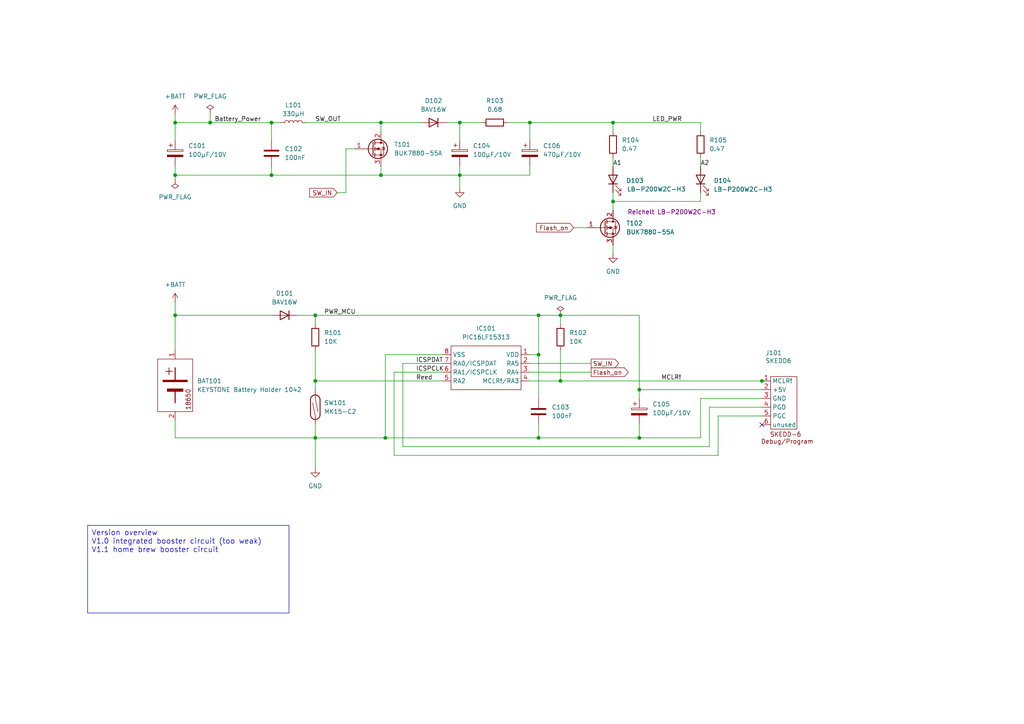
<source format=kicad_sch>
(kicad_sch (version 20231120) (generator "eeschema") (generator_version "8.0")
  (paper "A4")
  (title_block (title "LED Flasher") (date "2024-09-27") (rev "0.0.1") (company "Ingenieurbüro für Elektrotechnik") (comment 1 "Dipl.-Ing. Jürgen Eggeling"))
  (lib_symbols
    (symbol "Device:C" (pin_numbers hide) (pin_names (offset 0.254))
      (property "Reference" "C" (at 0.635 2.54 0))
      (property "Value" "C" (at 0.635 -2.54 0))
      (symbol "C_0_1"
        (polyline (pts (xy -2.032 -0.762) (xy 2.032 -0.762)) (stroke (width 0.508)))
        (polyline (pts (xy -2.032 0.762) (xy 2.032 0.762)) (stroke (width 0.508)))
      )
      (symbol "C_1_1"
        (pin passive line (at 0 3.81 270) (length 2.794) (name "~") (number "1"))
        (pin passive line (at 0 -3.81 90) (length 2.794) (name "~") (number "2"))
      )
    )
    (symbol "Device:C_Polarized" (pin_numbers hide) (pin_names (offset 0.254))
      (property "Reference" "C" (at 0.635 2.54 0))
      (property "Value" "C_Polarized" (at 0.635 -2.54 0))
      (symbol "C_Polarized_0_1"
        (rectangle (start -2.286 0.508) (end 2.286 1.016))
        (polyline (pts (xy -1.778 2.286) (xy -0.762 2.286)))
        (polyline (pts (xy -1.27 2.794) (xy -1.27 1.778)))
        (rectangle (start 2.286 -0.508) (end -2.286 -1.016) (fill (type outline)))
      )
      (symbol "C_Polarized_1_1"
        (pin passive line (at 0 3.81 270) (length 2.794) (name "~") (number "1"))
        (pin passive line (at 0 -3.81 90) (length 2.794) (name "~") (number "2"))
      )
    )
    (symbol "Device:L" (pin_numbers hide) (pin_names (offset 1.016) hide)
      (property "Reference" "L" (at -1.27 0 90))
      (property "Value" "L" (at 1.905 0 90))
      (symbol "L_0_1"
        (arc (start 0 -2.54) (mid 0.6323 -1.905) (end 0 -1.27))
        (arc (start 0 -1.27) (mid 0.6323 -0.635) (end 0 0))
        (arc (start 0 0) (mid 0.6323 0.635) (end 0 1.27))
        (arc (start 0 1.27) (mid 0.6323 1.905) (end 0 2.54))
      )
      (symbol "L_1_1"
        (pin passive line (at 0 3.81 270) (length 1.27) (name "1") (number "1"))
        (pin passive line (at 0 -3.81 90) (length 1.27) (name "2") (number "2"))
      )
    )
    (symbol "Device:LED" (pin_numbers hide) (pin_names (offset 1.016) hide)
      (property "Reference" "D" (at 0 2.54 0))
      (property "Value" "LED" (at 0 -2.54 0))
      (symbol "LED_0_1"
        (polyline (pts (xy -1.27 -1.27) (xy -1.27 1.27)) (stroke (width 0.254)))
        (polyline (pts (xy -1.27 0) (xy 1.27 0)))
        (polyline (pts (xy 1.27 -1.27) (xy 1.27 1.27) (xy -1.27 0) (xy 1.27 -1.27)) (stroke (width 0.254)))
        (polyline (pts (xy -3.048 -0.762) (xy -4.572 -2.286) (xy -3.81 -2.286) (xy -4.572 -2.286) (xy -4.572 -1.524)))
        (polyline (pts (xy -1.778 -0.762) (xy -3.302 -2.286) (xy -2.54 -2.286) (xy -3.302 -2.286) (xy -3.302 -1.524)))
      )
      (symbol "LED_1_1"
        (pin passive line (at -3.81 0 0) (length 2.54) (name "K") (number "1"))
        (pin passive line (at 3.81 0 180) (length 2.54) (name "A") (number "2"))
      )
    )
    (symbol "Device:R" (pin_numbers hide) (pin_names (offset 0))
      (property "Reference" "R" (at 2.032 0 90))
      (property "Value" "R" (at 0 0 90))
      (symbol "R_0_1"
        (rectangle (start -1.016 -2.54) (end 1.016 2.54) (stroke (width 0.254)))
      )
      (symbol "R_1_1"
        (pin passive line (at 0 3.81 270) (length 1.27) (name "~") (number "1"))
        (pin passive line (at 0 -3.81 90) (length 1.27) (name "~") (number "2"))
      )
    )
    (symbol "Diode:BAV16W" (pin_numbers hide) (pin_names hide)
      (property "Reference" "D" (at 0 2.54 0))
      (property "Value" "BAV16W" (at 0 -2.54 0))
      (symbol "BAV16W_0_1"
        (polyline (pts (xy -1.27 1.27) (xy -1.27 -1.27)) (stroke (width 0.254)))
        (polyline (pts (xy 1.27 0) (xy -1.27 0)))
        (polyline (pts (xy 1.27 1.27) (xy 1.27 -1.27) (xy -1.27 0) (xy 1.27 1.27)) (stroke (width 0.254)))
      )
      (symbol "BAV16W_1_1"
        (pin passive line (at -3.81 0 0) (length 2.54) (name "K") (number "1"))
        (pin passive line (at 3.81 0 180) (length 2.54) (name "A") (number "2"))
      )
    )
    (symbol "MyPIC:PIC16LF15313"
      (property "Reference" "IC" (at -9.398 10.922 0))
      (property "Value" "PIC16LF15313" (at -3.556 8.382 0))
      (symbol "PIC16LF15313_0_1"
        (rectangle (start -10.16 6.35) (end 10.16 -6.35))
      )
      (symbol "PIC16LF15313_1_1"
        (pin power_in line (at -12.7 3.81 0) (length 2.54) (name "VDD") (number "1"))
        (pin bidirectional line (at -12.7 1.27 0) (length 2.54) (name "RA5") (number "2"))
        (pin bidirectional line (at -12.7 -1.27 0) (length 2.54) (name "RA4") (number "3"))
        (pin bidirectional line (at -12.7 -3.81 0) (length 2.54) (name "MCLR!/RA3") (number "4"))
        (pin bidirectional line (at 12.7 -3.81 180) (length 2.54) (name "RA2") (number "5"))
        (pin bidirectional line (at 12.7 -1.27 180) (length 2.54) (name "RA1/ICSPCLK") (number "6"))
        (pin bidirectional line (at 12.7 1.27 180) (length 2.54) (name "RA0/ICSPDAT") (number "7"))
        (pin power_in line (at 12.7 3.81 180) (length 2.54) (name "VSS") (number "8"))
      )
    )
    (symbol "MyPower:KEYSTONE_1042" (pin_names hide)
      (property "Reference" "BAT" (at 4.064 11.938 0))
      (property "Value" "KEYSTONE Battery Holder 1042" (at 12.192 -10.16 90))
      (symbol "KEYSTONE_1042_0_1"
        (rectangle (start -5.08 7.62) (end 5.08 -7.62))
        (rectangle (start -3.556 1.524) (end 3.556 1.016) (fill (type outline)))
        (rectangle (start -2.286 -1.016) (end 2.286 -1.778) (fill (type outline)))
        (polyline (pts (xy -2.794 4.064) (xy -0.762 4.064)) (stroke (width 0.2)))
        (polyline (pts (xy -1.778 5.08) (xy -1.778 3.048)) (stroke (width 0.2)))
        (polyline (pts (xy 0 -5.08) (xy 0 -1.27)) (stroke (width 0.3)))
        (polyline (pts (xy 0 5.08) (xy 0 1.27)) (stroke (width 0.3)))
      )
      (symbol "KEYSTONE_1042_1_1"
        (text "18650" (at 3.81 -4.064 900) (effects (font (size 1.27 1.27))))
        (pin power_in line (at 0 10.16 270) (length 2.54) (name "+") (number "1"))
        (pin power_in line (at 0 -10.16 90) (length 2.54) (name "-") (number "2"))
      )
    )
    (symbol "SKEDD:SKEDD-6"
      (property "Reference" "J" (at 3.302 4.064 0))
      (symbol "SKEDD-6_0_1"
        (rectangle (start 2.54 1.27) (end 10.16 -13.97))
      )
      (symbol "SKEDD-6_1_1"
        (text "SKEDD-6 \nDebug/Program" (at 7.366 -16.51 0) (effects (font (size 1.27 1.27))))
        (pin bidirectional line (at 0 0 0) (length 2.54) (name "MCLR!") (number "1"))
        (pin power_in line (at 0 -2.54 0) (length 2.54) (name "+5V") (number "2"))
        (pin power_in line (at 0 -5.08 0) (length 2.54) (name "GND") (number "3"))
        (pin bidirectional line (at 0 -7.62 0) (length 2.54) (name "PGD") (number "4"))
        (pin input line (at 0 -10.16 0) (length 2.54) (name "PGC") (number "5"))
        (pin unspecified line (at 0 -12.7 0) (length 2.54) (name "unused") (number "6"))
      )
    )
    (symbol "Switch:SW_Reed" (pin_numbers hide) (pin_names (offset 0) hide)
      (property "Reference" "SW" (at 0 2.54 0))
      (property "Value" "SW_Reed" (at 0 -2.54 0))
      (symbol "SW_Reed_0_0"
        (arc (start -2.159 1.397) (mid -3.55 0) (end -2.159 -1.397) (stroke (width 0.254)))
        (polyline (pts (xy -2.54 0) (xy 1.27 0.762)))
        (polyline (pts (xy -2.159 -1.397) (xy 2.286 -1.397)) (stroke (width 0.254)))
        (polyline (pts (xy 2.159 1.397) (xy -2.159 1.397)) (stroke (width 0.254)))
        (polyline (pts (xy 2.54 0) (xy -1.27 -0.762)))
        (arc (start 2.159 -1.397) (mid 3.55 0) (end 2.159 1.397) (stroke (width 0.254)))
      )
      (symbol "SW_Reed_1_1"
        (pin passive line (at -5.08 0 0) (length 2.54) (name "1") (number "1"))
        (pin passive line (at 5.08 0 180) (length 2.54) (name "2") (number "2"))
      )
    )
    (symbol "Transistor_FET:BUK7880-55A" (pin_names hide)
      (property "Reference" "Q" (at 5.08 1.905 0))
      (property "Value" "BUK7880-55A" (at 5.08 0 0))
      (symbol "BUK7880-55A_0_1"
        (polyline (pts (xy 0.254 0) (xy -2.54 0)))
        (polyline (pts (xy 0.254 1.905) (xy 0.254 -1.905)) (stroke (width 0.254)))
        (polyline (pts (xy 0.762 -1.27) (xy 0.762 -2.286)) (stroke (width 0.254)))
        (polyline (pts (xy 0.762 0.508) (xy 0.762 -0.508)) (stroke (width 0.254)))
        (polyline (pts (xy 0.762 2.286) (xy 0.762 1.27)) (stroke (width 0.254)))
        (polyline (pts (xy 2.54 2.54) (xy 2.54 1.778)))
        (polyline (pts (xy 2.54 -2.54) (xy 2.54 0) (xy 0.762 0)))
        (polyline (pts (xy 0.762 -1.778) (xy 3.302 -1.778) (xy 3.302 1.778) (xy 0.762 1.778)))
        (polyline (pts (xy 1.016 0) (xy 2.032 0.381) (xy 2.032 -0.381) (xy 1.016 0)) (fill (type outline)))
        (polyline (pts (xy 2.794 0.508) (xy 2.921 0.381) (xy 3.683 0.381) (xy 3.81 0.254)))
        (polyline (pts (xy 3.302 0.381) (xy 2.921 -0.254) (xy 3.683 -0.254) (xy 3.302 0.381)))
        (circle (center 1.651 0) (radius 2.794) (stroke (width 0.254)))
        (circle (center 2.54 -1.778) (radius 0.254) (fill (type outline)))
        (circle (center 2.54 1.778) (radius 0.254) (fill (type outline)))
      )
      (symbol "BUK7880-55A_1_1"
        (pin input line (at -5.08 0 0) (length 2.54) (name "G") (number "1"))
        (pin passive line (at 2.54 5.08 270) (length 2.54) (name "D") (number "2"))
        (pin passive line (at 2.54 -5.08 90) (length 2.54) (name "S") (number "3"))
      )
    )
    (symbol "power:+BATT" (power) (pin_numbers hide) (pin_names (offset 0) hide)
      (property "Value" "+BATT" (at 0 3.556 0))
      (symbol "+BATT_0_1"
        (polyline (pts (xy -0.762 1.27) (xy 0 2.54)))
        (polyline (pts (xy 0 0) (xy 0 2.54)))
        (polyline (pts (xy 0 2.54) (xy 0.762 1.27)))
      )
      (symbol "+BATT_1_1"
        (pin power_in line (at 0 0 90) (length 0) (name "~") (number "1"))
      )
    )
    (symbol "power:GND" (power) (pin_numbers hide) (pin_names (offset 0) hide)
      (property "Value" "GND" (at 0 -3.81 0))
      (symbol "GND_0_1"
        (polyline (pts (xy 0 0) (xy 0 -1.27) (xy 1.27 -1.27) (xy 0 -2.54) (xy -1.27 -1.27) (xy 0 -1.27)))
      )
      (symbol "GND_1_1"
        (pin power_in line (at 0 0 270) (length 0) (name "~") (number "1"))
      )
    )
    (symbol "power:PWR_FLAG" (power) (pin_numbers hide) (pin_names (offset 0) hide)
      (property "Value" "PWR_FLAG" (at 0 3.81 0))
      (symbol "PWR_FLAG_0_0"
        (pin power_out line (at 0 0 90) (length 0) (name "~") (number "1"))
      )
      (symbol "PWR_FLAG_0_1"
        (polyline (pts (xy 0 0) (xy 0 1.27) (xy -1.016 1.905) (xy 0 2.54) (xy 1.016 1.905) (xy 0 1.27)))
      )
    )
  )
  (junction (at 50.8 35.56))
  (junction (at 110.49 35.56))
  (junction (at 133.35 50.8))
  (junction (at 111.76 127))
  (junction (at 177.8 35.56))
  (junction (at 185.42 127))
  (junction (at 153.67 35.56))
  (junction (at 185.42 113.03))
  (junction (at 156.21 91.44))
  (junction (at 50.8 50.8))
  (junction (at 220.98 110.49))
  (junction (at 91.44 91.44))
  (junction (at 91.44 110.49))
  (junction (at 133.35 35.56))
  (junction (at 91.44 127))
  (junction (at 78.74 35.56))
  (junction (at 50.8 91.44))
  (junction (at 162.56 110.49))
  (junction (at 78.74 50.8))
  (junction (at 162.56 91.44))
  (junction (at 156.21 127))
  (junction (at 177.8 58.42))
  (junction (at 60.96 35.56))
  (junction (at 156.21 102.87))
  (junction (at 110.49 50.8))
  (no_connect (at 220.98 123.19))
  (wire (pts (xy 156.21 127) (xy 185.42 127)))
  (wire (pts (xy 153.67 107.95) (xy 171.45 107.95)))
  (wire (pts (xy 91.44 127) (xy 91.44 135.89)))
  (wire (pts (xy 128.27 102.87) (xy 111.76 102.87)))
  (wire (pts (xy 91.44 123.19) (xy 91.44 127)))
  (wire (pts (xy 110.49 48.26) (xy 110.49 50.8)))
  (wire (pts (xy 156.21 123.19) (xy 156.21 127)))
  (wire (pts (xy 185.42 113.03) (xy 220.98 113.03)))
  (wire (pts (xy 111.76 102.87) (xy 111.76 127)))
  (wire (pts (xy 78.74 50.8) (xy 110.49 50.8)))
  (wire (pts (xy 78.74 35.56) (xy 81.28 35.56)))
  (wire (pts (xy 208.28 132.08) (xy 114.3 132.08)))
  (wire (pts (xy 60.96 33.02) (xy 60.96 35.56)))
  (wire (pts (xy 114.3 132.08) (xy 114.3 107.95)))
  (wire (pts (xy 156.21 102.87) (xy 156.21 115.57)))
  (wire (pts (xy 162.56 110.49) (xy 220.98 110.49)))
  (wire (pts (xy 133.35 50.8) (xy 153.67 50.8)))
  (wire (pts (xy 153.67 35.56) (xy 177.8 35.56)))
  (wire (pts (xy 100.33 43.18) (xy 100.33 55.88)))
  (wire (pts (xy 110.49 35.56) (xy 121.92 35.56)))
  (wire (pts (xy 222.25 110.49) (xy 220.98 110.49)))
  (wire (pts (xy 208.28 120.65) (xy 220.98 120.65)))
  (wire (pts (xy 156.21 91.44) (xy 91.44 91.44)))
  (wire (pts (xy 50.8 35.56) (xy 50.8 40.64)))
  (wire (pts (xy 129.54 35.56) (xy 133.35 35.56)))
  (wire (pts (xy 153.67 105.41) (xy 171.45 105.41)))
  (wire (pts (xy 60.96 35.56) (xy 50.8 35.56)))
  (wire (pts (xy 153.67 110.49) (xy 162.56 110.49)))
  (wire (pts (xy 91.44 127) (xy 111.76 127)))
  (wire (pts (xy 91.44 91.44) (xy 91.44 93.98)))
  (wire (pts (xy 220.98 115.57) (xy 203.2 115.57)))
  (wire (pts (xy 203.2 35.56) (xy 203.2 38.1)))
  (wire (pts (xy 78.74 50.8) (xy 78.74 48.26)))
  (wire (pts (xy 147.32 35.56) (xy 153.67 35.56)))
  (wire (pts (xy 50.8 91.44) (xy 50.8 101.6)))
  (wire (pts (xy 78.74 50.8) (xy 50.8 50.8)))
  (wire (pts (xy 177.8 35.56) (xy 203.2 35.56)))
  (wire (pts (xy 110.49 50.8) (xy 133.35 50.8)))
  (wire (pts (xy 88.9 35.56) (xy 110.49 35.56)))
  (wire (pts (xy 153.67 48.26) (xy 153.67 50.8)))
  (wire (pts (xy 177.8 45.72) (xy 177.8 48.26)))
  (wire (pts (xy 203.2 115.57) (xy 203.2 127)))
  (wire (pts (xy 133.35 50.8) (xy 133.35 54.61)))
  (wire (pts (xy 203.2 55.88) (xy 203.2 58.42)))
  (wire (pts (xy 116.84 105.41) (xy 116.84 129.54)))
  (wire (pts (xy 153.67 102.87) (xy 156.21 102.87)))
  (wire (pts (xy 185.42 123.19) (xy 185.42 127)))
  (wire (pts (xy 100.33 43.18) (xy 102.87 43.18)))
  (wire (pts (xy 139.7 35.56) (xy 133.35 35.56)))
  (wire (pts (xy 78.74 35.56) (xy 78.74 40.64)))
  (wire (pts (xy 50.8 121.92) (xy 50.8 127)))
  (wire (pts (xy 162.56 91.44) (xy 185.42 91.44)))
  (wire (pts (xy 97.79 55.88) (xy 100.33 55.88)))
  (wire (pts (xy 185.42 91.44) (xy 185.42 113.03)))
  (wire (pts (xy 78.74 35.56) (xy 60.96 35.56)))
  (wire (pts (xy 203.2 45.72) (xy 203.2 48.26)))
  (wire (pts (xy 177.8 55.88) (xy 177.8 58.42)))
  (wire (pts (xy 208.28 120.65) (xy 208.28 132.08)))
  (wire (pts (xy 153.67 40.64) (xy 153.67 35.56)))
  (wire (pts (xy 177.8 71.12) (xy 177.8 73.66)))
  (wire (pts (xy 86.36 91.44) (xy 91.44 91.44)))
  (wire (pts (xy 91.44 101.6) (xy 91.44 110.49)))
  (wire (pts (xy 166.37 66.04) (xy 170.18 66.04)))
  (wire (pts (xy 91.44 110.49) (xy 128.27 110.49)))
  (wire (pts (xy 50.8 50.8) (xy 50.8 48.26)))
  (wire (pts (xy 205.74 129.54) (xy 205.74 118.11)))
  (wire (pts (xy 177.8 38.1) (xy 177.8 35.56)))
  (wire (pts (xy 128.27 105.41) (xy 116.84 105.41)))
  (wire (pts (xy 116.84 129.54) (xy 205.74 129.54)))
  (wire (pts (xy 133.35 48.26) (xy 133.35 50.8)))
  (wire (pts (xy 78.74 91.44) (xy 50.8 91.44)))
  (wire (pts (xy 162.56 91.44) (xy 162.56 93.98)))
  (wire (pts (xy 110.49 35.56) (xy 110.49 38.1)))
  (wire (pts (xy 177.8 58.42) (xy 203.2 58.42)))
  (wire (pts (xy 50.8 50.8) (xy 50.8 52.07)))
  (wire (pts (xy 185.42 127) (xy 203.2 127)))
  (wire (pts (xy 185.42 113.03) (xy 185.42 115.57)))
  (wire (pts (xy 162.56 101.6) (xy 162.56 110.49)))
  (wire (pts (xy 156.21 91.44) (xy 162.56 91.44)))
  (wire (pts (xy 133.35 35.56) (xy 133.35 40.64)))
  (wire (pts (xy 50.8 87.63) (xy 50.8 91.44)))
  (wire (pts (xy 111.76 127) (xy 156.21 127)))
  (wire (pts (xy 91.44 127) (xy 50.8 127)))
  (wire (pts (xy 114.3 107.95) (xy 128.27 107.95)))
  (wire (pts (xy 177.8 58.42) (xy 177.8 60.96)))
  (wire (pts (xy 156.21 102.87) (xy 156.21 91.44)))
  (wire (pts (xy 91.44 110.49) (xy 91.44 113.03)))
  (wire (pts (xy 205.74 118.11) (xy 220.98 118.11)))
  (wire (pts (xy 50.8 33.02) (xy 50.8 35.56)))
  (text_box "Version overview\nV1.0 integrated booster circuit (too weak)\nV1.1 home brew booster circuit" (at 25.4 152.4 0) (size 58.42 25.4) (effects (font (size 1.524 1.524)) (justify left top)))
  (label "ICSPCLK" (at 120.65 107.95 0))
  (label "A2" (at 203.2 48.26 0))
  (label "Reed" (at 120.65 110.49 0))
  (label "ICSPDAT" (at 120.65 105.41 0))
  (label "PWR_MCU" (at 93.98 91.44 0))
  (label "A1" (at 177.8 48.26 0))
  (label "MCLR!" (at 191.77 110.49 0))
  (label "SW_OUT" (at 91.44 35.56 0))
  (label "LED_PWR" (at 189.23 35.56 0))
  (label "Battery_Power" (at 62.23 35.56 0))
  (global_label "Flash_on" (shape output) (at 171.45 107.95 0) (property "Intersheetrefs" "${INTERSHEET_REFS}" (effects (hide yes))))
  (global_label "Flash_on" (shape input) (at 166.37 66.04 180) (property "Intersheetrefs" "${INTERSHEET_REFS}" (effects (hide yes))))
  (global_label "SW_IN" (shape input) (at 97.79 55.88 180) (property "Intersheetrefs" "${INTERSHEET_REFS}" (effects (hide yes))))
  (global_label "SW_IN" (shape output) (at 171.45 105.41 0) (property "Intersheetrefs" "${INTERSHEET_REFS}" (effects (hide yes))))
  (symbol (lib_id "Device:C_Polarized") (at 153.67 44.45 0) (unit 1)
    (property "Reference" "C106" (at 157.48 42.2909 0) (effects (justify left)))
    (property "Value" "470µF/10V" (at 157.48 44.8309 0) (effects (justify left)))
    (property "Footprint" "Capacitor_SMD:CP_Elec_6.3x7.7" (effects (hide yes)))
    (property "Description" "Polarized capacitor" (effects (hide yes)))
  )
  (symbol (lib_id "Diode:BAV16W") (at 125.73 35.56 180) (unit 1)
    (property "Reference" "D102" (at 125.73 29.21 0))
    (property "Value" "BAV16W" (at 125.73 31.75 0))
    (property "Footprint" "Diode_SMD:D_SOD-123" (effects (hide yes)))
    (property "Datasheet" "https://www.diodes.com/assets/Datasheets/ds30086.pdf" (effects (hide yes)))
    (property "Description" "75V 0.15A Fast Switching Diode, SOD-123" (effects (hide yes)))
    (property "Sim.Device" "D" (effects (hide yes)))
    (property "Sim.Pins" "1=K 2=A" (effects (hide yes)))
  )
  (symbol (lib_id "power:PWR_FLAG") (at 50.8 52.07 180) (unit 1)
    (property "Reference" "#FLG0101" (effects (hide yes)))
    (property "Value" "PWR_FLAG" (at 50.8 57.15 0))
    (property "Description" "Special symbol for telling ERC where power comes from" (effects (hide yes)))
  )
  (symbol (lib_id "power:GND") (at 177.8 73.66 0) (unit 1)
    (property "Reference" "#PWR0105" (effects (hide yes)))
    (property "Value" "GND" (at 177.8 78.74 0))
    (property "Description" "Power symbol creates a global label with name \"GND\" , ground" (effects (hide yes)))
  )
  (symbol (lib_id "Transistor_FET:BUK7880-55A") (at 107.95 43.18 0) (unit 1)
    (property "Reference" "T101" (at 114.3 41.9099 0) (effects (justify left)))
    (property "Value" "BUK7880-55A" (at 114.3 44.4499 0) (effects (justify left)))
    (property "Footprint" "Package_TO_SOT_SMD:SOT-223-3_TabPin2" (effects (hide yes)))
    (property "Datasheet" "https://assets.nexperia.com/documents/data-sheet/BUK7880-55A.pdf" (effects (hide yes)))
    (property "Description" "7A Id, 55V Vds, N-Channel Enhancement Mode MOSFET, SOT-223" (effects (hide yes)))
  )
  (symbol (lib_id "Device:R") (at 162.56 97.79 0) (unit 1)
    (property "Reference" "R102" (at 165.1 96.5199 0) (effects (justify left)))
    (property "Value" "10K" (at 165.1 99.0599 0) (effects (justify left)))
    (property "Footprint" "Resistor_SMD:R_0805_2012Metric_Pad1.20x1.40mm_HandSolder" (effects (hide yes)))
    (property "Description" "Resistor" (effects (hide yes)))
  )
  (symbol (lib_id "power:+BATT") (at 50.8 33.02 0) (unit 1)
    (property "Reference" "#PWR0102" (effects (hide yes)))
    (property "Value" "+BATT" (at 50.8 27.94 0))
    (property "Description" "Power symbol creates a global label with name \"+BATT\"" (effects (hide yes)))
  )
  (symbol (lib_id "Device:R") (at 203.2 41.91 0) (unit 1)
    (property "Reference" "R105" (at 205.74 40.6399 0) (effects (justify left)))
    (property "Value" "0.47" (at 205.74 43.1799 0) (effects (justify left)))
    (property "Footprint" "Resistor_SMD:R_0805_2012Metric_Pad1.20x1.40mm_HandSolder" (effects (hide yes)))
    (property "Description" "Resistor" (effects (hide yes)))
  )
  (symbol (lib_id "MyPIC:PIC16LF15313") (at 140.97 106.68 0) (mirror y) (unit 1)
    (property "Reference" "IC101" (at 140.97 95.25 0))
    (property "Value" "PIC16LF15313" (at 140.97 97.79 0))
    (property "Footprint" "Package_SO:SSOP-8_3.9x5.05mm_P1.27mm" (effects (hide yes)))
  )
  (symbol (lib_id "Device:C") (at 156.21 119.38 0) (unit 1)
    (property "Reference" "C103" (at 160.02 118.1099 0) (effects (justify left)))
    (property "Value" "100nF" (at 160.02 120.6499 0) (effects (justify left)))
    (property "Footprint" "Capacitor_SMD:C_0805_2012Metric_Pad1.18x1.45mm_HandSolder" (effects (hide yes)))
    (property "Description" "Unpolarized capacitor" (effects (hide yes)))
  )
  (symbol (lib_id "Device:LED") (at 203.2 52.07 90) (unit 1)
    (property "Reference" "D104" (at 207.01 52.3874 90) (effects (justify right)))
    (property "Value" "LB-P200W2C-H3" (at 207.01 54.9274 90) (effects (justify right)))
    (property "Footprint" "MyLED:LPB200XX" (effects (hide yes)))
    (property "Description" "Light emitting diode" (effects (hide yes)))
  )
  (symbol (lib_id "Device:R") (at 91.44 97.79 0) (unit 1)
    (property "Reference" "R101" (at 93.98 96.5199 0) (effects (justify left)))
    (property "Value" "10K" (at 93.98 99.0599 0) (effects (justify left)))
    (property "Footprint" "Resistor_SMD:R_0805_2012Metric_Pad1.20x1.40mm_HandSolder" (effects (hide yes)))
    (property "Description" "Resistor" (effects (hide yes)))
  )
  (symbol (lib_id "power:GND") (at 133.35 54.61 0) (unit 1)
    (property "Reference" "#PWR0104" (effects (hide yes)))
    (property "Value" "GND" (at 133.35 59.69 0))
    (property "Description" "Power symbol creates a global label with name \"GND\" , ground" (effects (hide yes)))
  )
  (symbol (lib_id "Diode:BAV16W") (at 82.55 91.44 180) (unit 1)
    (property "Reference" "D101" (at 82.55 85.09 0))
    (property "Value" "BAV16W" (at 82.55 87.63 0))
    (property "Footprint" "Diode_SMD:D_SOD-123" (effects (hide yes)))
    (property "Datasheet" "https://www.diodes.com/assets/Datasheets/ds30086.pdf" (effects (hide yes)))
    (property "Description" "75V 0.15A Fast Switching Diode, SOD-123" (effects (hide yes)))
    (property "Sim.Device" "D" (effects (hide yes)))
    (property "Sim.Pins" "1=K 2=A" (effects (hide yes)))
  )
  (symbol (lib_id "SKEDD:SKEDD-6") (at 220.98 110.49 0) (unit 1)
    (property "Reference" "J101" (at 221.996 102.362 0) (effects (justify left)))
    (property "Value" "SKEDD6" (at 221.996 104.648 0) (effects (justify left)))
    (property "Footprint" "MySkedd:SKEDD-6" (effects (hide yes)))
  )
  (symbol (lib_id "Device:LED") (at 177.8 52.07 90) (unit 1)
    (property "Reference" "D103" (at 181.61 52.3874 90) (effects (justify right)))
    (property "Value" "LB-P200W2C-H3" (at 181.864 54.864 90) (effects (justify right)))
    (property "Footprint" "MyLED:LPB200XX" (effects (hide yes)))
    (property "Description" "Light emitting diode" (effects (hide yes)))
    (property "Supplier1" "Reichelt LB-P200W2C-H3" (at 194.818 61.468 90))
  )
  (symbol (lib_id "power:PWR_FLAG") (at 60.96 33.02 0) (unit 1)
    (property "Reference" "#FLG0103" (effects (hide yes)))
    (property "Value" "PWR_FLAG" (at 60.96 27.94 0))
    (property "Description" "Special symbol for telling ERC where power comes from" (effects (hide yes)))
  )
  (symbol (lib_id "Device:C_Polarized") (at 185.42 119.38 0) (unit 1)
    (property "Reference" "C105" (at 189.23 117.2209 0) (effects (justify left)))
    (property "Value" "100µF/10V" (at 189.23 119.7609 0) (effects (justify left)))
    (property "Footprint" "Capacitor_SMD:CP_Elec_6.3x7.7" (effects (hide yes)))
    (property "Description" "Polarized capacitor" (effects (hide yes)))
  )
  (symbol (lib_id "power:GND") (at 91.44 135.89 0) (unit 1)
    (property "Reference" "#PWR0103" (effects (hide yes)))
    (property "Value" "GND" (at 91.44 140.97 0))
    (property "Description" "Power symbol creates a global label with name \"GND\" , ground" (effects (hide yes)))
  )
  (symbol (lib_id "Device:C") (at 78.74 44.45 0) (unit 1)
    (property "Reference" "C102" (at 82.55 43.1799 0) (effects (justify left)))
    (property "Value" "100nF" (at 82.55 45.7199 0) (effects (justify left)))
    (property "Footprint" "Capacitor_SMD:C_0805_2012Metric_Pad1.18x1.45mm_HandSolder" (effects (hide yes)))
    (property "Description" "Unpolarized capacitor" (effects (hide yes)))
  )
  (symbol (lib_id "Device:R") (at 143.51 35.56 270) (unit 1)
    (property "Reference" "R103" (at 143.51 29.21 90))
    (property "Value" "0.68" (at 143.51 31.75 90))
    (property "Footprint" "Resistor_SMD:R_0805_2012Metric_Pad1.20x1.40mm_HandSolder" (effects (hide yes)))
    (property "Description" "Resistor" (effects (hide yes)))
  )
  (symbol (lib_id "MyPower:KEYSTONE_1042") (at 50.8 111.76 0) (unit 1)
    (property "Reference" "BAT101" (at 57.15 110.4899 0) (effects (justify left)))
    (property "Value" "KEYSTONE Battery Holder 1042" (at 57.15 113.0299 0) (effects (justify left)))
    (property "Footprint" "MyPower:KEYSTONE_1042" (effects (hide yes)))
    (property "Description" "Keystone Batteriehalter für 1*18650 Lithium Batterie" (effects (hide yes)))
  )
  (symbol (lib_id "Device:R") (at 177.8 41.91 0) (unit 1)
    (property "Reference" "R104" (at 180.34 40.6399 0) (effects (justify left)))
    (property "Value" "0.47" (at 180.34 43.1799 0) (effects (justify left)))
    (property "Footprint" "Resistor_SMD:R_0805_2012Metric_Pad1.20x1.40mm_HandSolder" (effects (hide yes)))
    (property "Description" "Resistor" (effects (hide yes)))
  )
  (symbol (lib_id "Transistor_FET:BUK7880-55A") (at 175.26 66.04 0) (unit 1)
    (property "Reference" "T102" (at 181.61 64.7699 0) (effects (justify left)))
    (property "Value" "BUK7880-55A" (at 181.61 67.3099 0) (effects (justify left)))
    (property "Footprint" "Package_TO_SOT_SMD:SOT-223-3_TabPin2" (effects (hide yes)))
    (property "Datasheet" "https://assets.nexperia.com/documents/data-sheet/BUK7880-55A.pdf" (effects (hide yes)))
    (property "Description" "7A Id, 55V Vds, N-Channel Enhancement Mode MOSFET, SOT-223" (effects (hide yes)))
  )
  (symbol (lib_id "Switch:SW_Reed") (at 91.44 118.11 90) (unit 1)
    (property "Reference" "SW101" (at 93.98 116.8399 90) (effects (justify right)))
    (property "Value" "MK15-C2" (at 93.98 119.3799 90) (effects (justify right)))
    (property "Footprint" "MyReed:Meder MK15-C-2" (effects (hide yes)))
    (property "Description" "reed switch" (effects (hide yes)))
  )
  (symbol (lib_id "Device:C_Polarized") (at 133.35 44.45 0) (unit 1)
    (property "Reference" "C104" (at 137.16 42.2909 0) (effects (justify left)))
    (property "Value" "100µF/10V" (at 137.16 44.8309 0) (effects (justify left)))
    (property "Footprint" "Capacitor_SMD:CP_Elec_6.3x7.7" (effects (hide yes)))
    (property "Description" "Polarized capacitor" (effects (hide yes)))
  )
  (symbol (lib_id "Device:C_Polarized") (at 50.8 44.45 0) (unit 1)
    (property "Reference" "C101" (at 54.61 42.2909 0) (effects (justify left)))
    (property "Value" "100µF/10V" (at 54.61 44.8309 0) (effects (justify left)))
    (property "Footprint" "Capacitor_SMD:CP_Elec_6.3x7.7" (effects (hide yes)))
    (property "Description" "Polarized capacitor" (effects (hide yes)))
  )
  (symbol (lib_id "power:PWR_FLAG") (at 162.56 91.44 0) (unit 1)
    (property "Reference" "#FLG0102" (effects (hide yes)))
    (property "Value" "PWR_FLAG" (at 162.56 86.36 0))
    (property "Description" "Special symbol for telling ERC where power comes from" (effects (hide yes)))
  )
  (symbol (lib_id "Device:L") (at 85.09 35.56 90) (unit 1)
    (property "Reference" "L101" (at 85.09 30.48 90))
    (property "Value" "330µH" (at 85.09 33.02 90))
    (property "Footprint" "Inductor_SMD:L_6.3x6.3_H3" (effects (hide yes)))
    (property "Description" "Inductor" (effects (hide yes)))
  )
  (symbol (lib_id "power:+BATT") (at 50.8 87.63 0) (unit 1)
    (property "Reference" "#PWR0101" (effects (hide yes)))
    (property "Value" "+BATT" (at 50.8 82.55 0))
    (property "Description" "Power symbol creates a global label with name \"+BATT\"" (effects (hide yes)))
  )
)
</source>
